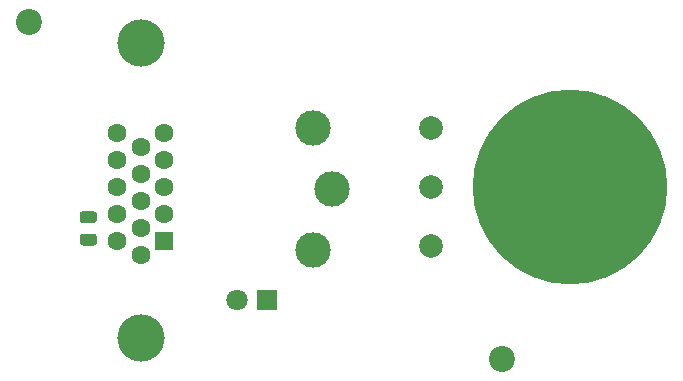
<source format=gbs>
G04 #@! TF.GenerationSoftware,KiCad,Pcbnew,5.1.10-88a1d61d58~90~ubuntu20.04.1*
G04 #@! TF.CreationDate,2021-10-27T23:57:33-06:00*
G04 #@! TF.ProjectId,Z680 Standalone Subwoofer,5a363830-2053-4746-916e-64616c6f6e65,rev?*
G04 #@! TF.SameCoordinates,Original*
G04 #@! TF.FileFunction,Soldermask,Bot*
G04 #@! TF.FilePolarity,Negative*
%FSLAX46Y46*%
G04 Gerber Fmt 4.6, Leading zero omitted, Abs format (unit mm)*
G04 Created by KiCad (PCBNEW 5.1.10-88a1d61d58~90~ubuntu20.04.1) date 2021-10-27 23:57:33*
%MOMM*%
%LPD*%
G01*
G04 APERTURE LIST*
%ADD10C,3.000000*%
%ADD11C,4.000000*%
%ADD12C,1.600000*%
%ADD13R,1.600000X1.600000*%
%ADD14C,2.000000*%
%ADD15C,16.500000*%
%ADD16C,2.200000*%
%ADD17C,1.800000*%
%ADD18R,1.800000X1.800000*%
G04 APERTURE END LIST*
D10*
X50000000Y-20700000D03*
X50000000Y-31000000D03*
X51600000Y-25850000D03*
D11*
X35420000Y-38485000D03*
X35420000Y-13485000D03*
D12*
X33440000Y-21140000D03*
X33440000Y-23430000D03*
X33440000Y-25720000D03*
X33440000Y-28010000D03*
X33440000Y-30300000D03*
X35420000Y-22285000D03*
X35420000Y-24575000D03*
X35420000Y-26865000D03*
X35420000Y-29155000D03*
X35420000Y-31445000D03*
X37400000Y-21140000D03*
X37400000Y-23430000D03*
X37400000Y-25720000D03*
X37400000Y-28010000D03*
D13*
X37400000Y-30300000D03*
D14*
X60000000Y-25700000D03*
X60000000Y-30700000D03*
X60000000Y-20700000D03*
D15*
X71750000Y-25700000D03*
D16*
X66000000Y-40250000D03*
X26000000Y-11750000D03*
D17*
X43560000Y-35300000D03*
D18*
X46100000Y-35300000D03*
G36*
G01*
X30525000Y-29650000D02*
X31475000Y-29650000D01*
G75*
G02*
X31725000Y-29900000I0J-250000D01*
G01*
X31725000Y-30400000D01*
G75*
G02*
X31475000Y-30650000I-250000J0D01*
G01*
X30525000Y-30650000D01*
G75*
G02*
X30275000Y-30400000I0J250000D01*
G01*
X30275000Y-29900000D01*
G75*
G02*
X30525000Y-29650000I250000J0D01*
G01*
G37*
G36*
G01*
X30525000Y-27750000D02*
X31475000Y-27750000D01*
G75*
G02*
X31725000Y-28000000I0J-250000D01*
G01*
X31725000Y-28500000D01*
G75*
G02*
X31475000Y-28750000I-250000J0D01*
G01*
X30525000Y-28750000D01*
G75*
G02*
X30275000Y-28500000I0J250000D01*
G01*
X30275000Y-28000000D01*
G75*
G02*
X30525000Y-27750000I250000J0D01*
G01*
G37*
M02*

</source>
